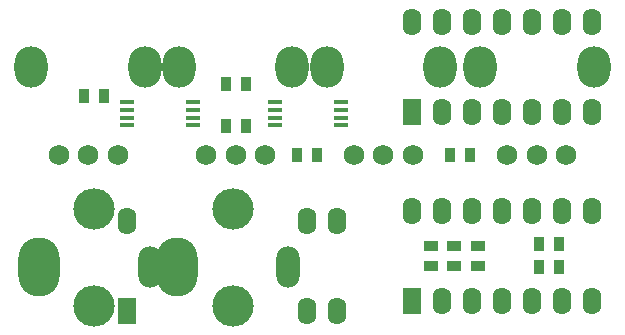
<source format=gbs>
%FSLAX46Y46*%
G04 Gerber Fmt 4.6, Leading zero omitted, Abs format (unit mm)*
G04 Created by KiCad (PCBNEW (2014-09-02 BZR 5112)-product) date 2015-04-11 10:31:41 PM*
%MOMM*%
G01*
G04 APERTURE LIST*
%ADD10C,0.100000*%
%ADD11R,1.574800X2.286000*%
%ADD12O,1.574800X2.286000*%
%ADD13R,0.812800X1.143000*%
%ADD14R,1.143000X0.812800*%
%ADD15R,1.300480X0.299720*%
%ADD16O,2.800000X3.500000*%
%ADD17C,1.750000*%
%ADD18O,3.500000X5.000000*%
%ADD19O,2.000000X3.500000*%
%ADD20O,3.500000X3.500000*%
G04 APERTURE END LIST*
D10*
D11*
X100330000Y-59690000D03*
D12*
X100330000Y-52070000D03*
X115570000Y-59690000D03*
X118110000Y-59690000D03*
X118110000Y-52070000D03*
X115570000Y-52070000D03*
D11*
X124380000Y-42810000D03*
D12*
X126920000Y-42810000D03*
X129460000Y-42810000D03*
X132000000Y-42810000D03*
X134540000Y-42810000D03*
X137080000Y-42810000D03*
X139620000Y-42810000D03*
X139620000Y-35190000D03*
X137080000Y-35190000D03*
X134540000Y-35190000D03*
X132000000Y-35190000D03*
X129460000Y-35190000D03*
X126920000Y-35190000D03*
X124380000Y-35190000D03*
D11*
X124380000Y-58810000D03*
D12*
X126920000Y-58810000D03*
X129460000Y-58810000D03*
X132000000Y-58810000D03*
X134540000Y-58810000D03*
X137080000Y-58810000D03*
X139620000Y-58810000D03*
X139620000Y-51190000D03*
X137080000Y-51190000D03*
X134540000Y-51190000D03*
X132000000Y-51190000D03*
X129460000Y-51190000D03*
X126920000Y-51190000D03*
X124380000Y-51190000D03*
D13*
X108649100Y-44000000D03*
X110350900Y-44000000D03*
X96649100Y-41500000D03*
X98350900Y-41500000D03*
X116350900Y-46500000D03*
X114649100Y-46500000D03*
X108649100Y-40500000D03*
X110350900Y-40500000D03*
X129350900Y-46500000D03*
X127649100Y-46500000D03*
D14*
X126000000Y-55850900D03*
X126000000Y-54149100D03*
X128000000Y-55850900D03*
X128000000Y-54149100D03*
X130000000Y-55850900D03*
X130000000Y-54149100D03*
D15*
X112806000Y-43955400D03*
X112806000Y-43320400D03*
X112806000Y-42660000D03*
X112806000Y-42025000D03*
X118394000Y-42025000D03*
X118394000Y-42672700D03*
X118394000Y-43320400D03*
X118394000Y-43968100D03*
D16*
X101800000Y-39000000D03*
X92200000Y-39000000D03*
D17*
X99500000Y-46500000D03*
X97000000Y-46500000D03*
X94500000Y-46500000D03*
D16*
X114300000Y-39000000D03*
X104700000Y-39000000D03*
D17*
X112000000Y-46500000D03*
X109500000Y-46500000D03*
X107000000Y-46500000D03*
D16*
X126800000Y-39000000D03*
X117200000Y-39000000D03*
D17*
X124500000Y-46500000D03*
X122000000Y-46500000D03*
X119500000Y-46500000D03*
D16*
X139800000Y-39000000D03*
X130200000Y-39000000D03*
D17*
X137500000Y-46500000D03*
X135000000Y-46500000D03*
X132500000Y-46500000D03*
D13*
X136850900Y-54000000D03*
X135149100Y-54000000D03*
X135149100Y-56000000D03*
X136850900Y-56000000D03*
D15*
X100306000Y-43955400D03*
X100306000Y-43320400D03*
X100306000Y-42660000D03*
X100306000Y-42025000D03*
X105894000Y-42025000D03*
X105894000Y-42672700D03*
X105894000Y-43320400D03*
X105894000Y-43968100D03*
D18*
X92800000Y-56000000D03*
D19*
X102200000Y-56000000D03*
D20*
X97500000Y-51100000D03*
X97500000Y-59300000D03*
D18*
X104550000Y-56000000D03*
D19*
X113950000Y-56000000D03*
D20*
X109250000Y-51100000D03*
X109250000Y-59300000D03*
M02*

</source>
